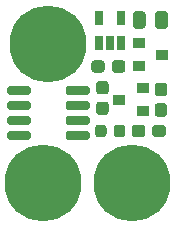
<source format=gbr>
%TF.GenerationSoftware,KiCad,Pcbnew,(5.1.6)-1*%
%TF.CreationDate,2021-05-10T20:56:14-04:00*%
%TF.ProjectId,magswitch,6d616773-7769-4746-9368-2e6b69636164,rev?*%
%TF.SameCoordinates,Original*%
%TF.FileFunction,Soldermask,Top*%
%TF.FilePolarity,Negative*%
%FSLAX46Y46*%
G04 Gerber Fmt 4.6, Leading zero omitted, Abs format (unit mm)*
G04 Created by KiCad (PCBNEW (5.1.6)-1) date 2021-05-10 20:56:14*
%MOMM*%
%LPD*%
G01*
G04 APERTURE LIST*
%ADD10R,1.000000X0.900000*%
%ADD11R,0.750000X1.160000*%
%ADD12C,0.900000*%
%ADD13C,6.500000*%
G04 APERTURE END LIST*
%TO.C,C1*%
G36*
G01*
X5734000Y16536750D02*
X5734000Y17499250D01*
G75*
G02*
X6002750Y17768000I268750J0D01*
G01*
X6540250Y17768000D01*
G75*
G02*
X6809000Y17499250I0J-268750D01*
G01*
X6809000Y16536750D01*
G75*
G02*
X6540250Y16268000I-268750J0D01*
G01*
X6002750Y16268000D01*
G75*
G02*
X5734000Y16536750I0J268750D01*
G01*
G37*
G36*
G01*
X3859000Y16536750D02*
X3859000Y17499250D01*
G75*
G02*
X4127750Y17768000I268750J0D01*
G01*
X4665250Y17768000D01*
G75*
G02*
X4934000Y17499250I0J-268750D01*
G01*
X4934000Y16536750D01*
G75*
G02*
X4665250Y16268000I-268750J0D01*
G01*
X4127750Y16268000D01*
G75*
G02*
X3859000Y16536750I0J268750D01*
G01*
G37*
%TD*%
%TO.C,Q2*%
G36*
G01*
X-4752000Y7414000D02*
X-4752000Y7064000D01*
G75*
G02*
X-4927000Y6889000I-175000J0D01*
G01*
X-6627000Y6889000D01*
G75*
G02*
X-6802000Y7064000I0J175000D01*
G01*
X-6802000Y7414000D01*
G75*
G02*
X-6627000Y7589000I175000J0D01*
G01*
X-4927000Y7589000D01*
G75*
G02*
X-4752000Y7414000I0J-175000D01*
G01*
G37*
G36*
G01*
X-4752000Y8684000D02*
X-4752000Y8334000D01*
G75*
G02*
X-4927000Y8159000I-175000J0D01*
G01*
X-6627000Y8159000D01*
G75*
G02*
X-6802000Y8334000I0J175000D01*
G01*
X-6802000Y8684000D01*
G75*
G02*
X-6627000Y8859000I175000J0D01*
G01*
X-4927000Y8859000D01*
G75*
G02*
X-4752000Y8684000I0J-175000D01*
G01*
G37*
G36*
G01*
X-4752000Y9954000D02*
X-4752000Y9604000D01*
G75*
G02*
X-4927000Y9429000I-175000J0D01*
G01*
X-6627000Y9429000D01*
G75*
G02*
X-6802000Y9604000I0J175000D01*
G01*
X-6802000Y9954000D01*
G75*
G02*
X-6627000Y10129000I175000J0D01*
G01*
X-4927000Y10129000D01*
G75*
G02*
X-4752000Y9954000I0J-175000D01*
G01*
G37*
G36*
G01*
X-4752000Y11224000D02*
X-4752000Y10874000D01*
G75*
G02*
X-4927000Y10699000I-175000J0D01*
G01*
X-6627000Y10699000D01*
G75*
G02*
X-6802000Y10874000I0J175000D01*
G01*
X-6802000Y11224000D01*
G75*
G02*
X-6627000Y11399000I175000J0D01*
G01*
X-4927000Y11399000D01*
G75*
G02*
X-4752000Y11224000I0J-175000D01*
G01*
G37*
G36*
G01*
X198000Y11224000D02*
X198000Y10874000D01*
G75*
G02*
X23000Y10699000I-175000J0D01*
G01*
X-1677000Y10699000D01*
G75*
G02*
X-1852000Y10874000I0J175000D01*
G01*
X-1852000Y11224000D01*
G75*
G02*
X-1677000Y11399000I175000J0D01*
G01*
X23000Y11399000D01*
G75*
G02*
X198000Y11224000I0J-175000D01*
G01*
G37*
G36*
G01*
X198000Y9954000D02*
X198000Y9604000D01*
G75*
G02*
X23000Y9429000I-175000J0D01*
G01*
X-1677000Y9429000D01*
G75*
G02*
X-1852000Y9604000I0J175000D01*
G01*
X-1852000Y9954000D01*
G75*
G02*
X-1677000Y10129000I175000J0D01*
G01*
X23000Y10129000D01*
G75*
G02*
X198000Y9954000I0J-175000D01*
G01*
G37*
G36*
G01*
X198000Y8684000D02*
X198000Y8334000D01*
G75*
G02*
X23000Y8159000I-175000J0D01*
G01*
X-1677000Y8159000D01*
G75*
G02*
X-1852000Y8334000I0J175000D01*
G01*
X-1852000Y8684000D01*
G75*
G02*
X-1677000Y8859000I175000J0D01*
G01*
X23000Y8859000D01*
G75*
G02*
X198000Y8684000I0J-175000D01*
G01*
G37*
G36*
G01*
X198000Y7414000D02*
X198000Y7064000D01*
G75*
G02*
X23000Y6889000I-175000J0D01*
G01*
X-1677000Y6889000D01*
G75*
G02*
X-1852000Y7064000I0J175000D01*
G01*
X-1852000Y7414000D01*
G75*
G02*
X-1677000Y7589000I175000J0D01*
G01*
X23000Y7589000D01*
G75*
G02*
X198000Y7414000I0J-175000D01*
G01*
G37*
%TD*%
%TO.C,R1*%
G36*
G01*
X2219000Y7338750D02*
X2219000Y7901250D01*
G75*
G02*
X2462750Y8145000I243750J0D01*
G01*
X2950250Y8145000D01*
G75*
G02*
X3194000Y7901250I0J-243750D01*
G01*
X3194000Y7338750D01*
G75*
G02*
X2950250Y7095000I-243750J0D01*
G01*
X2462750Y7095000D01*
G75*
G02*
X2219000Y7338750I0J243750D01*
G01*
G37*
G36*
G01*
X644000Y7338750D02*
X644000Y7901250D01*
G75*
G02*
X887750Y8145000I243750J0D01*
G01*
X1375250Y8145000D01*
G75*
G02*
X1619000Y7901250I0J-243750D01*
G01*
X1619000Y7338750D01*
G75*
G02*
X1375250Y7095000I-243750J0D01*
G01*
X887750Y7095000D01*
G75*
G02*
X644000Y7338750I0J243750D01*
G01*
G37*
%TD*%
%TO.C,R4*%
G36*
G01*
X6485500Y10573000D02*
X5960500Y10573000D01*
G75*
G02*
X5698000Y10835500I0J262500D01*
G01*
X5698000Y11460500D01*
G75*
G02*
X5960500Y11723000I262500J0D01*
G01*
X6485500Y11723000D01*
G75*
G02*
X6748000Y11460500I0J-262500D01*
G01*
X6748000Y10835500D01*
G75*
G02*
X6485500Y10573000I-262500J0D01*
G01*
G37*
G36*
G01*
X6485500Y8823000D02*
X5960500Y8823000D01*
G75*
G02*
X5698000Y9085500I0J262500D01*
G01*
X5698000Y9710500D01*
G75*
G02*
X5960500Y9973000I262500J0D01*
G01*
X6485500Y9973000D01*
G75*
G02*
X6748000Y9710500I0J-262500D01*
G01*
X6748000Y9085500D01*
G75*
G02*
X6485500Y8823000I-262500J0D01*
G01*
G37*
%TD*%
%TO.C,R3*%
G36*
G01*
X2064000Y12818500D02*
X2064000Y13343500D01*
G75*
G02*
X2326500Y13606000I262500J0D01*
G01*
X2951500Y13606000D01*
G75*
G02*
X3214000Y13343500I0J-262500D01*
G01*
X3214000Y12818500D01*
G75*
G02*
X2951500Y12556000I-262500J0D01*
G01*
X2326500Y12556000D01*
G75*
G02*
X2064000Y12818500I0J262500D01*
G01*
G37*
G36*
G01*
X314000Y12818500D02*
X314000Y13343500D01*
G75*
G02*
X576500Y13606000I262500J0D01*
G01*
X1201500Y13606000D01*
G75*
G02*
X1464000Y13343500I0J-262500D01*
G01*
X1464000Y12818500D01*
G75*
G02*
X1201500Y12556000I-262500J0D01*
G01*
X576500Y12556000D01*
G75*
G02*
X314000Y12818500I0J262500D01*
G01*
G37*
%TD*%
%TO.C,R2*%
G36*
G01*
X1532500Y10714000D02*
X1007500Y10714000D01*
G75*
G02*
X745000Y10976500I0J262500D01*
G01*
X745000Y11601500D01*
G75*
G02*
X1007500Y11864000I262500J0D01*
G01*
X1532500Y11864000D01*
G75*
G02*
X1795000Y11601500I0J-262500D01*
G01*
X1795000Y10976500D01*
G75*
G02*
X1532500Y10714000I-262500J0D01*
G01*
G37*
G36*
G01*
X1532500Y8964000D02*
X1007500Y8964000D01*
G75*
G02*
X745000Y9226500I0J262500D01*
G01*
X745000Y9851500D01*
G75*
G02*
X1007500Y10114000I262500J0D01*
G01*
X1532500Y10114000D01*
G75*
G02*
X1795000Y9851500I0J-262500D01*
G01*
X1795000Y9226500D01*
G75*
G02*
X1532500Y8964000I-262500J0D01*
G01*
G37*
%TD*%
%TO.C,D1*%
G36*
G01*
X4893000Y7882500D02*
X4893000Y7357500D01*
G75*
G02*
X4630500Y7095000I-262500J0D01*
G01*
X4005500Y7095000D01*
G75*
G02*
X3743000Y7357500I0J262500D01*
G01*
X3743000Y7882500D01*
G75*
G02*
X4005500Y8145000I262500J0D01*
G01*
X4630500Y8145000D01*
G75*
G02*
X4893000Y7882500I0J-262500D01*
G01*
G37*
G36*
G01*
X6643000Y7882500D02*
X6643000Y7357500D01*
G75*
G02*
X6380500Y7095000I-262500J0D01*
G01*
X5755500Y7095000D01*
G75*
G02*
X5493000Y7357500I0J262500D01*
G01*
X5493000Y7882500D01*
G75*
G02*
X5755500Y8145000I262500J0D01*
G01*
X6380500Y8145000D01*
G75*
G02*
X6643000Y7882500I0J-262500D01*
G01*
G37*
%TD*%
D10*
%TO.C,Q1*%
X2683000Y10287000D03*
X4683000Y11237000D03*
X4683000Y9337000D03*
%TD*%
D11*
%TO.C,U2*%
X955000Y17229000D03*
X2855000Y17229000D03*
X2855000Y15029000D03*
X1905000Y15029000D03*
X955000Y15029000D03*
%TD*%
D12*
%TO.C,H3*%
X-1653204Y16698296D03*
X-3350260Y17401240D03*
X-5047316Y16698296D03*
X-5750260Y15001240D03*
X-5047316Y13304184D03*
X-3350260Y12601240D03*
X-1653204Y13304184D03*
X-950260Y15001240D03*
D13*
X-3350260Y15001240D03*
%TD*%
D12*
%TO.C,H2*%
X5496896Y4897456D03*
X3799840Y5600400D03*
X2102784Y4897456D03*
X1399840Y3200400D03*
X2102784Y1503344D03*
X3799840Y800400D03*
X5496896Y1503344D03*
X6199840Y3200400D03*
D13*
X3799840Y3200400D03*
%TD*%
D12*
%TO.C,H1*%
X-2102784Y4897456D03*
X-3799840Y5600400D03*
X-5496896Y4897456D03*
X-6199840Y3200400D03*
X-5496896Y1503344D03*
X-3799840Y800400D03*
X-2102784Y1503344D03*
X-1399840Y3200400D03*
D13*
X-3799840Y3200400D03*
%TD*%
D10*
%TO.C,U1*%
X6334000Y14097000D03*
X4334000Y13147000D03*
X4334000Y15047000D03*
%TD*%
M02*

</source>
